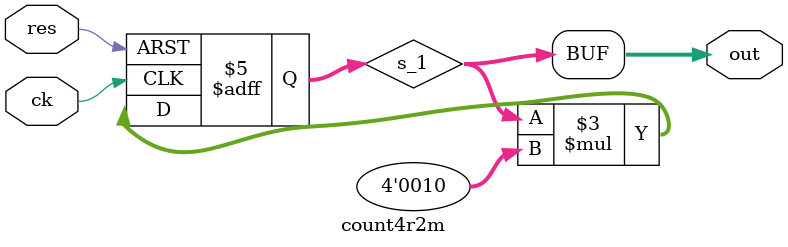
<source format=v>
module count4r2m(out,ck,res);
  output wire [3:0] out;
  input  ck; // clock
  input  res; // reset

  // Count4r2m.hs:19:1-9
  reg [3:0] s_1 = 4'b0001;

  // register begin
  always @(posedge ck or  negedge  res) begin : s_1_register
    if ( ! res) begin
      s_1 <= 4'b0001;
    end else begin
      s_1 <= (s_1 * 4'b0010);
    end
  end
  // register end

  assign out = s_1;


endmodule

</source>
